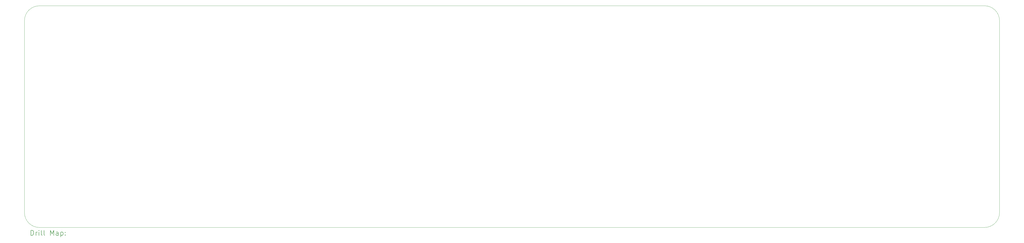
<source format=gbr>
%TF.GenerationSoftware,KiCad,Pcbnew,9.0.2-9.0.2-0~ubuntu24.04.1*%
%TF.CreationDate,2025-06-11T12:06:32+02:00*%
%TF.ProjectId,PCB_Repetition,5043425f-5265-4706-9574-6974696f6e2e,rev?*%
%TF.SameCoordinates,Original*%
%TF.FileFunction,Drillmap*%
%TF.FilePolarity,Positive*%
%FSLAX45Y45*%
G04 Gerber Fmt 4.5, Leading zero omitted, Abs format (unit mm)*
G04 Created by KiCad (PCBNEW 9.0.2-9.0.2-0~ubuntu24.04.1) date 2025-06-11 12:06:32*
%MOMM*%
%LPD*%
G01*
G04 APERTURE LIST*
%ADD10C,0.050000*%
%ADD11C,0.200000*%
G04 APERTURE END LIST*
D10*
X3371000Y-23136000D02*
X3371000Y-15446000D01*
X41760000Y-14845000D02*
G75*
G02*
X42360000Y-15447000I-1000J-601000D01*
G01*
X3971000Y-23736000D02*
G75*
G02*
X3371000Y-23136000I0J600000D01*
G01*
X3371000Y-15446000D02*
G75*
G02*
X3971000Y-14846000I600000J0D01*
G01*
X42360000Y-23135000D02*
G75*
G02*
X41760000Y-23735000I-600000J0D01*
G01*
X3971000Y-14846000D02*
X41760000Y-14845000D01*
X42360000Y-15447000D02*
X42360000Y-23135000D01*
X41760000Y-23735000D02*
X3971000Y-23736000D01*
D11*
X3629277Y-24049984D02*
X3629277Y-23849984D01*
X3629277Y-23849984D02*
X3676896Y-23849984D01*
X3676896Y-23849984D02*
X3705467Y-23859508D01*
X3705467Y-23859508D02*
X3724515Y-23878555D01*
X3724515Y-23878555D02*
X3734039Y-23897603D01*
X3734039Y-23897603D02*
X3743562Y-23935698D01*
X3743562Y-23935698D02*
X3743562Y-23964269D01*
X3743562Y-23964269D02*
X3734039Y-24002365D01*
X3734039Y-24002365D02*
X3724515Y-24021412D01*
X3724515Y-24021412D02*
X3705467Y-24040460D01*
X3705467Y-24040460D02*
X3676896Y-24049984D01*
X3676896Y-24049984D02*
X3629277Y-24049984D01*
X3829277Y-24049984D02*
X3829277Y-23916650D01*
X3829277Y-23954746D02*
X3838801Y-23935698D01*
X3838801Y-23935698D02*
X3848324Y-23926174D01*
X3848324Y-23926174D02*
X3867372Y-23916650D01*
X3867372Y-23916650D02*
X3886420Y-23916650D01*
X3953086Y-24049984D02*
X3953086Y-23916650D01*
X3953086Y-23849984D02*
X3943562Y-23859508D01*
X3943562Y-23859508D02*
X3953086Y-23869031D01*
X3953086Y-23869031D02*
X3962610Y-23859508D01*
X3962610Y-23859508D02*
X3953086Y-23849984D01*
X3953086Y-23849984D02*
X3953086Y-23869031D01*
X4076896Y-24049984D02*
X4057848Y-24040460D01*
X4057848Y-24040460D02*
X4048324Y-24021412D01*
X4048324Y-24021412D02*
X4048324Y-23849984D01*
X4181658Y-24049984D02*
X4162610Y-24040460D01*
X4162610Y-24040460D02*
X4153086Y-24021412D01*
X4153086Y-24021412D02*
X4153086Y-23849984D01*
X4410229Y-24049984D02*
X4410229Y-23849984D01*
X4410229Y-23849984D02*
X4476896Y-23992841D01*
X4476896Y-23992841D02*
X4543563Y-23849984D01*
X4543563Y-23849984D02*
X4543563Y-24049984D01*
X4724515Y-24049984D02*
X4724515Y-23945222D01*
X4724515Y-23945222D02*
X4714991Y-23926174D01*
X4714991Y-23926174D02*
X4695944Y-23916650D01*
X4695944Y-23916650D02*
X4657848Y-23916650D01*
X4657848Y-23916650D02*
X4638801Y-23926174D01*
X4724515Y-24040460D02*
X4705467Y-24049984D01*
X4705467Y-24049984D02*
X4657848Y-24049984D01*
X4657848Y-24049984D02*
X4638801Y-24040460D01*
X4638801Y-24040460D02*
X4629277Y-24021412D01*
X4629277Y-24021412D02*
X4629277Y-24002365D01*
X4629277Y-24002365D02*
X4638801Y-23983317D01*
X4638801Y-23983317D02*
X4657848Y-23973793D01*
X4657848Y-23973793D02*
X4705467Y-23973793D01*
X4705467Y-23973793D02*
X4724515Y-23964269D01*
X4819753Y-23916650D02*
X4819753Y-24116650D01*
X4819753Y-23926174D02*
X4838801Y-23916650D01*
X4838801Y-23916650D02*
X4876896Y-23916650D01*
X4876896Y-23916650D02*
X4895944Y-23926174D01*
X4895944Y-23926174D02*
X4905467Y-23935698D01*
X4905467Y-23935698D02*
X4914991Y-23954746D01*
X4914991Y-23954746D02*
X4914991Y-24011888D01*
X4914991Y-24011888D02*
X4905467Y-24030936D01*
X4905467Y-24030936D02*
X4895944Y-24040460D01*
X4895944Y-24040460D02*
X4876896Y-24049984D01*
X4876896Y-24049984D02*
X4838801Y-24049984D01*
X4838801Y-24049984D02*
X4819753Y-24040460D01*
X5000705Y-24030936D02*
X5010229Y-24040460D01*
X5010229Y-24040460D02*
X5000705Y-24049984D01*
X5000705Y-24049984D02*
X4991182Y-24040460D01*
X4991182Y-24040460D02*
X5000705Y-24030936D01*
X5000705Y-24030936D02*
X5000705Y-24049984D01*
X5000705Y-23926174D02*
X5010229Y-23935698D01*
X5010229Y-23935698D02*
X5000705Y-23945222D01*
X5000705Y-23945222D02*
X4991182Y-23935698D01*
X4991182Y-23935698D02*
X5000705Y-23926174D01*
X5000705Y-23926174D02*
X5000705Y-23945222D01*
M02*

</source>
